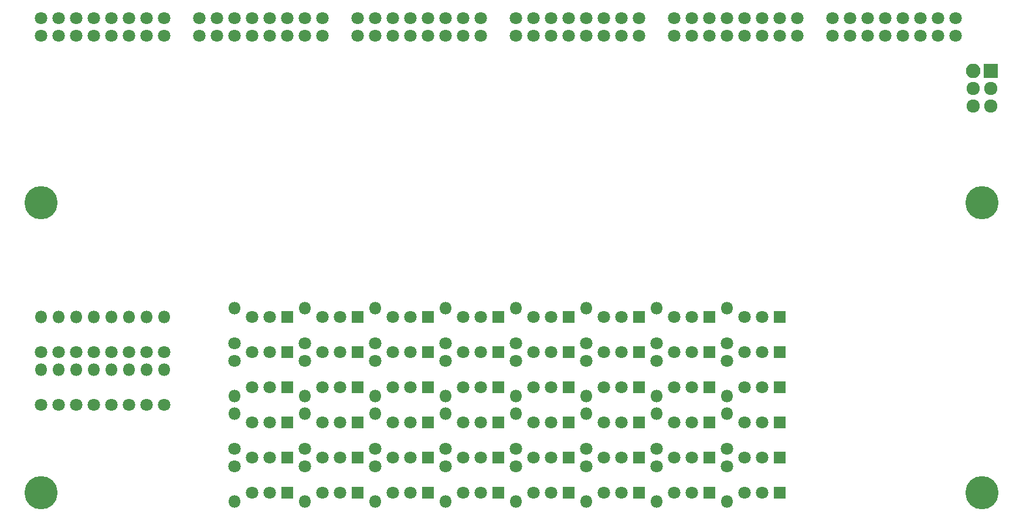
<source format=gbs>
G04 #@! TF.GenerationSoftware,KiCad,Pcbnew,(5.0.0-rc2-200-g1f6f76beb)*
G04 #@! TF.CreationDate,2018-07-19T02:54:02+02:00*
G04 #@! TF.ProjectId,8-bit-bitwise-logic,382D6269742D626974776973652D6C6F,rev?*
G04 #@! TF.SameCoordinates,Original*
G04 #@! TF.FileFunction,Soldermask,Bot*
G04 #@! TF.FilePolarity,Negative*
%FSLAX46Y46*%
G04 Gerber Fmt 4.6, Leading zero omitted, Abs format (unit mm)*
G04 Created by KiCad (PCBNEW (5.0.0-rc2-200-g1f6f76beb)) date Thu Jul 19 02:54:02 2018*
%MOMM*%
%LPD*%
G01*
G04 APERTURE LIST*
%ADD10C,1.924000*%
%ADD11C,1.800000*%
%ADD12R,1.800000X1.800000*%
%ADD13O,1.800000X1.800000*%
%ADD14R,2.100000X2.100000*%
%ADD15O,2.100000X2.100000*%
%ADD16C,4.800000*%
G04 APERTURE END LIST*
D10*
G04 #@! TO.C,J7*
X218440000Y-53340000D03*
X218440000Y-55880000D03*
X215900000Y-55880000D03*
X215900000Y-53340000D03*
G04 #@! TD*
D11*
G04 #@! TO.C,Q20*
X154940000Y-91440000D03*
X152400000Y-91440000D03*
D12*
X157480000Y-91440000D03*
G04 #@! TD*
D11*
G04 #@! TO.C,Q7*
X175260000Y-86360000D03*
X172720000Y-86360000D03*
D12*
X177800000Y-86360000D03*
G04 #@! TD*
D11*
G04 #@! TO.C,Q1*
X185420000Y-86360000D03*
X182880000Y-86360000D03*
D12*
X187960000Y-86360000D03*
G04 #@! TD*
D11*
G04 #@! TO.C,Q2*
X185420000Y-91440000D03*
X182880000Y-91440000D03*
D12*
X187960000Y-91440000D03*
G04 #@! TD*
D11*
G04 #@! TO.C,Q3*
X185420000Y-96520000D03*
X182880000Y-96520000D03*
D12*
X187960000Y-96520000D03*
G04 #@! TD*
D11*
G04 #@! TO.C,Q4*
X185420000Y-101600000D03*
X182880000Y-101600000D03*
D12*
X187960000Y-101600000D03*
G04 #@! TD*
D11*
G04 #@! TO.C,Q5*
X185420000Y-106680000D03*
X182880000Y-106680000D03*
D12*
X187960000Y-106680000D03*
G04 #@! TD*
D11*
G04 #@! TO.C,Q6*
X185420000Y-111760000D03*
X182880000Y-111760000D03*
D12*
X187960000Y-111760000D03*
G04 #@! TD*
D11*
G04 #@! TO.C,Q8*
X175260000Y-91440000D03*
X172720000Y-91440000D03*
D12*
X177800000Y-91440000D03*
G04 #@! TD*
D11*
G04 #@! TO.C,Q9*
X175260000Y-96520000D03*
X172720000Y-96520000D03*
D12*
X177800000Y-96520000D03*
G04 #@! TD*
D11*
G04 #@! TO.C,Q10*
X175260000Y-101600000D03*
X172720000Y-101600000D03*
D12*
X177800000Y-101600000D03*
G04 #@! TD*
D11*
G04 #@! TO.C,Q11*
X175260000Y-106680000D03*
X172720000Y-106680000D03*
D12*
X177800000Y-106680000D03*
G04 #@! TD*
D11*
G04 #@! TO.C,Q12*
X175260000Y-111760000D03*
X172720000Y-111760000D03*
D12*
X177800000Y-111760000D03*
G04 #@! TD*
D11*
G04 #@! TO.C,Q13*
X165100000Y-86360000D03*
X162560000Y-86360000D03*
D12*
X167640000Y-86360000D03*
G04 #@! TD*
D11*
G04 #@! TO.C,Q14*
X165100000Y-91440000D03*
X162560000Y-91440000D03*
D12*
X167640000Y-91440000D03*
G04 #@! TD*
D11*
G04 #@! TO.C,Q15*
X165100000Y-96520000D03*
X162560000Y-96520000D03*
D12*
X167640000Y-96520000D03*
G04 #@! TD*
D11*
G04 #@! TO.C,Q16*
X165100000Y-101600000D03*
X162560000Y-101600000D03*
D12*
X167640000Y-101600000D03*
G04 #@! TD*
D11*
G04 #@! TO.C,Q17*
X165100000Y-106680000D03*
X162560000Y-106680000D03*
D12*
X167640000Y-106680000D03*
G04 #@! TD*
D11*
G04 #@! TO.C,Q18*
X165100000Y-111760000D03*
X162560000Y-111760000D03*
D12*
X167640000Y-111760000D03*
G04 #@! TD*
D11*
G04 #@! TO.C,Q19*
X154940000Y-86360000D03*
X152400000Y-86360000D03*
D12*
X157480000Y-86360000D03*
G04 #@! TD*
D11*
G04 #@! TO.C,Q21*
X154940000Y-96520000D03*
X152400000Y-96520000D03*
D12*
X157480000Y-96520000D03*
G04 #@! TD*
D11*
G04 #@! TO.C,Q22*
X154940000Y-101600000D03*
X152400000Y-101600000D03*
D12*
X157480000Y-101600000D03*
G04 #@! TD*
D11*
G04 #@! TO.C,Q23*
X154940000Y-106680000D03*
X152400000Y-106680000D03*
D12*
X157480000Y-106680000D03*
G04 #@! TD*
D11*
G04 #@! TO.C,Q24*
X154940000Y-111760000D03*
X152400000Y-111760000D03*
D12*
X157480000Y-111760000D03*
G04 #@! TD*
D11*
G04 #@! TO.C,Q25*
X144780000Y-86360000D03*
X142240000Y-86360000D03*
D12*
X147320000Y-86360000D03*
G04 #@! TD*
D11*
G04 #@! TO.C,Q26*
X144780000Y-91440000D03*
X142240000Y-91440000D03*
D12*
X147320000Y-91440000D03*
G04 #@! TD*
D11*
G04 #@! TO.C,Q27*
X144780000Y-96520000D03*
X142240000Y-96520000D03*
D12*
X147320000Y-96520000D03*
G04 #@! TD*
D11*
G04 #@! TO.C,Q28*
X144780000Y-101600000D03*
X142240000Y-101600000D03*
D12*
X147320000Y-101600000D03*
G04 #@! TD*
D11*
G04 #@! TO.C,Q29*
X144780000Y-106680000D03*
X142240000Y-106680000D03*
D12*
X147320000Y-106680000D03*
G04 #@! TD*
D11*
G04 #@! TO.C,Q30*
X144780000Y-111760000D03*
X142240000Y-111760000D03*
D12*
X147320000Y-111760000D03*
G04 #@! TD*
D11*
G04 #@! TO.C,Q31*
X134620000Y-86360000D03*
X132080000Y-86360000D03*
D12*
X137160000Y-86360000D03*
G04 #@! TD*
D11*
G04 #@! TO.C,Q32*
X134620000Y-91440000D03*
X132080000Y-91440000D03*
D12*
X137160000Y-91440000D03*
G04 #@! TD*
D11*
G04 #@! TO.C,Q33*
X134620000Y-96520000D03*
X132080000Y-96520000D03*
D12*
X137160000Y-96520000D03*
G04 #@! TD*
D11*
G04 #@! TO.C,Q34*
X134620000Y-101600000D03*
X132080000Y-101600000D03*
D12*
X137160000Y-101600000D03*
G04 #@! TD*
D11*
G04 #@! TO.C,Q35*
X134620000Y-106680000D03*
X132080000Y-106680000D03*
D12*
X137160000Y-106680000D03*
G04 #@! TD*
D11*
G04 #@! TO.C,Q36*
X134620000Y-111760000D03*
X132080000Y-111760000D03*
D12*
X137160000Y-111760000D03*
G04 #@! TD*
D11*
G04 #@! TO.C,Q37*
X124460000Y-86360000D03*
X121920000Y-86360000D03*
D12*
X127000000Y-86360000D03*
G04 #@! TD*
D11*
G04 #@! TO.C,Q38*
X124460000Y-91440000D03*
X121920000Y-91440000D03*
D12*
X127000000Y-91440000D03*
G04 #@! TD*
D11*
G04 #@! TO.C,Q39*
X124460000Y-96520000D03*
X121920000Y-96520000D03*
D12*
X127000000Y-96520000D03*
G04 #@! TD*
D11*
G04 #@! TO.C,Q40*
X124460000Y-101600000D03*
X121920000Y-101600000D03*
D12*
X127000000Y-101600000D03*
G04 #@! TD*
D11*
G04 #@! TO.C,Q41*
X124460000Y-106680000D03*
X121920000Y-106680000D03*
D12*
X127000000Y-106680000D03*
G04 #@! TD*
D11*
G04 #@! TO.C,Q42*
X124460000Y-111760000D03*
X121920000Y-111760000D03*
D12*
X127000000Y-111760000D03*
G04 #@! TD*
D11*
G04 #@! TO.C,Q43*
X114300000Y-86360000D03*
X111760000Y-86360000D03*
D12*
X116840000Y-86360000D03*
G04 #@! TD*
D11*
G04 #@! TO.C,Q44*
X114300000Y-91440000D03*
X111760000Y-91440000D03*
D12*
X116840000Y-91440000D03*
G04 #@! TD*
D11*
G04 #@! TO.C,Q45*
X114300000Y-96520000D03*
X111760000Y-96520000D03*
D12*
X116840000Y-96520000D03*
G04 #@! TD*
D11*
G04 #@! TO.C,Q46*
X114300000Y-101600000D03*
X111760000Y-101600000D03*
D12*
X116840000Y-101600000D03*
G04 #@! TD*
D11*
G04 #@! TO.C,Q47*
X114300000Y-106680000D03*
X111760000Y-106680000D03*
D12*
X116840000Y-106680000D03*
G04 #@! TD*
D11*
G04 #@! TO.C,Q48*
X114300000Y-111760000D03*
X111760000Y-111760000D03*
D12*
X116840000Y-111760000D03*
G04 #@! TD*
D11*
G04 #@! TO.C,R1*
X99060000Y-91440000D03*
D13*
X99060000Y-86360000D03*
G04 #@! TD*
D11*
G04 #@! TO.C,R2*
X81280000Y-99060000D03*
D13*
X81280000Y-93980000D03*
G04 #@! TD*
D11*
G04 #@! TO.C,R3*
X180340000Y-90170000D03*
D13*
X180340000Y-85090000D03*
G04 #@! TD*
D11*
G04 #@! TO.C,R4*
X180340000Y-92710000D03*
D13*
X180340000Y-97790000D03*
G04 #@! TD*
D11*
G04 #@! TO.C,R5*
X180340000Y-105410000D03*
D13*
X180340000Y-100330000D03*
G04 #@! TD*
D11*
G04 #@! TO.C,R6*
X180340000Y-107950000D03*
D13*
X180340000Y-113030000D03*
G04 #@! TD*
D11*
G04 #@! TO.C,R7*
X96520000Y-91440000D03*
D13*
X96520000Y-86360000D03*
G04 #@! TD*
D11*
G04 #@! TO.C,R8*
X83820000Y-99060000D03*
D13*
X83820000Y-93980000D03*
G04 #@! TD*
D11*
G04 #@! TO.C,R9*
X170180000Y-90170000D03*
D13*
X170180000Y-85090000D03*
G04 #@! TD*
D11*
G04 #@! TO.C,R10*
X170180000Y-92710000D03*
D13*
X170180000Y-97790000D03*
G04 #@! TD*
D11*
G04 #@! TO.C,R11*
X170180000Y-105410000D03*
D13*
X170180000Y-100330000D03*
G04 #@! TD*
D11*
G04 #@! TO.C,R12*
X170180000Y-107950000D03*
D13*
X170180000Y-113030000D03*
G04 #@! TD*
D11*
G04 #@! TO.C,R13*
X93980000Y-91440000D03*
D13*
X93980000Y-86360000D03*
G04 #@! TD*
D11*
G04 #@! TO.C,R14*
X86360000Y-99060000D03*
D13*
X86360000Y-93980000D03*
G04 #@! TD*
D11*
G04 #@! TO.C,R15*
X160020000Y-90170000D03*
D13*
X160020000Y-85090000D03*
G04 #@! TD*
D11*
G04 #@! TO.C,R16*
X160020000Y-92710000D03*
D13*
X160020000Y-97790000D03*
G04 #@! TD*
D11*
G04 #@! TO.C,R17*
X160020000Y-105410000D03*
D13*
X160020000Y-100330000D03*
G04 #@! TD*
D11*
G04 #@! TO.C,R18*
X160020000Y-107950000D03*
D13*
X160020000Y-113030000D03*
G04 #@! TD*
D11*
G04 #@! TO.C,R19*
X91440000Y-91440000D03*
D13*
X91440000Y-86360000D03*
G04 #@! TD*
D11*
G04 #@! TO.C,R20*
X88900000Y-99060000D03*
D13*
X88900000Y-93980000D03*
G04 #@! TD*
D11*
G04 #@! TO.C,R21*
X149860000Y-90170000D03*
D13*
X149860000Y-85090000D03*
G04 #@! TD*
D11*
G04 #@! TO.C,R22*
X149860000Y-92710000D03*
D13*
X149860000Y-97790000D03*
G04 #@! TD*
D11*
G04 #@! TO.C,R23*
X149860000Y-105410000D03*
D13*
X149860000Y-100330000D03*
G04 #@! TD*
D11*
G04 #@! TO.C,R24*
X149860000Y-107950000D03*
D13*
X149860000Y-113030000D03*
G04 #@! TD*
D11*
G04 #@! TO.C,R25*
X88900000Y-91440000D03*
D13*
X88900000Y-86360000D03*
G04 #@! TD*
D11*
G04 #@! TO.C,R26*
X91440000Y-99060000D03*
D13*
X91440000Y-93980000D03*
G04 #@! TD*
D11*
G04 #@! TO.C,R27*
X139700000Y-90170000D03*
D13*
X139700000Y-85090000D03*
G04 #@! TD*
D11*
G04 #@! TO.C,R28*
X139700000Y-92710000D03*
D13*
X139700000Y-97790000D03*
G04 #@! TD*
D11*
G04 #@! TO.C,R29*
X139700000Y-105410000D03*
D13*
X139700000Y-100330000D03*
G04 #@! TD*
D11*
G04 #@! TO.C,R30*
X139700000Y-107950000D03*
D13*
X139700000Y-113030000D03*
G04 #@! TD*
D11*
G04 #@! TO.C,R31*
X86360000Y-91440000D03*
D13*
X86360000Y-86360000D03*
G04 #@! TD*
D11*
G04 #@! TO.C,R32*
X93980000Y-99060000D03*
D13*
X93980000Y-93980000D03*
G04 #@! TD*
D11*
G04 #@! TO.C,R33*
X129540000Y-90170000D03*
D13*
X129540000Y-85090000D03*
G04 #@! TD*
D11*
G04 #@! TO.C,R34*
X129540000Y-92710000D03*
D13*
X129540000Y-97790000D03*
G04 #@! TD*
D11*
G04 #@! TO.C,R35*
X129540000Y-105410000D03*
D13*
X129540000Y-100330000D03*
G04 #@! TD*
D11*
G04 #@! TO.C,R36*
X129540000Y-107950000D03*
D13*
X129540000Y-113030000D03*
G04 #@! TD*
D11*
G04 #@! TO.C,R37*
X83820000Y-91440000D03*
D13*
X83820000Y-86360000D03*
G04 #@! TD*
D11*
G04 #@! TO.C,R38*
X96520000Y-99060000D03*
D13*
X96520000Y-93980000D03*
G04 #@! TD*
D11*
G04 #@! TO.C,R39*
X119380000Y-90170000D03*
D13*
X119380000Y-85090000D03*
G04 #@! TD*
D11*
G04 #@! TO.C,R40*
X119380000Y-92710000D03*
D13*
X119380000Y-97790000D03*
G04 #@! TD*
D11*
G04 #@! TO.C,R41*
X119380000Y-105410000D03*
D13*
X119380000Y-100330000D03*
G04 #@! TD*
D11*
G04 #@! TO.C,R42*
X119380000Y-107950000D03*
D13*
X119380000Y-113030000D03*
G04 #@! TD*
D11*
G04 #@! TO.C,R43*
X81280000Y-91440000D03*
D13*
X81280000Y-86360000D03*
G04 #@! TD*
D11*
G04 #@! TO.C,R44*
X99060000Y-99060000D03*
D13*
X99060000Y-93980000D03*
G04 #@! TD*
D11*
G04 #@! TO.C,R45*
X109220000Y-90170000D03*
D13*
X109220000Y-85090000D03*
G04 #@! TD*
D11*
G04 #@! TO.C,R46*
X109220000Y-92710000D03*
D13*
X109220000Y-97790000D03*
G04 #@! TD*
D11*
G04 #@! TO.C,R47*
X109220000Y-105410000D03*
D13*
X109220000Y-100330000D03*
G04 #@! TD*
D11*
G04 #@! TO.C,R48*
X109220000Y-107950000D03*
D13*
X109220000Y-113030000D03*
G04 #@! TD*
D14*
G04 #@! TO.C,JP1*
X218440000Y-50800000D03*
D15*
X215900000Y-50800000D03*
G04 #@! TD*
D11*
G04 #@! TO.C,J1*
X81280000Y-45720000D03*
X83820000Y-45720000D03*
X86360000Y-45720000D03*
X88900000Y-45720000D03*
X91440000Y-45720000D03*
X93980000Y-45720000D03*
X96520000Y-45720000D03*
X99060000Y-45720000D03*
X99060000Y-43180000D03*
X96520000Y-43180000D03*
X93980000Y-43180000D03*
X91440000Y-43180000D03*
X88900000Y-43180000D03*
X86360000Y-43180000D03*
X83820000Y-43180000D03*
X81280000Y-43180000D03*
G04 #@! TD*
G04 #@! TO.C,J2*
X104140000Y-43180000D03*
X106680000Y-43180000D03*
X109220000Y-43180000D03*
X111760000Y-43180000D03*
X114300000Y-43180000D03*
X116840000Y-43180000D03*
X119380000Y-43180000D03*
X121920000Y-43180000D03*
X121920000Y-45720000D03*
X119380000Y-45720000D03*
X116840000Y-45720000D03*
X114300000Y-45720000D03*
X111760000Y-45720000D03*
X109220000Y-45720000D03*
X106680000Y-45720000D03*
X104140000Y-45720000D03*
G04 #@! TD*
G04 #@! TO.C,J3*
X127000000Y-45720000D03*
X129540000Y-45720000D03*
X132080000Y-45720000D03*
X134620000Y-45720000D03*
X137160000Y-45720000D03*
X139700000Y-45720000D03*
X142240000Y-45720000D03*
X144780000Y-45720000D03*
X144780000Y-43180000D03*
X142240000Y-43180000D03*
X139700000Y-43180000D03*
X137160000Y-43180000D03*
X134620000Y-43180000D03*
X132080000Y-43180000D03*
X129540000Y-43180000D03*
X127000000Y-43180000D03*
G04 #@! TD*
G04 #@! TO.C,J4*
X149860000Y-43180000D03*
X152400000Y-43180000D03*
X154940000Y-43180000D03*
X157480000Y-43180000D03*
X160020000Y-43180000D03*
X162560000Y-43180000D03*
X165100000Y-43180000D03*
X167640000Y-43180000D03*
X167640000Y-45720000D03*
X165100000Y-45720000D03*
X162560000Y-45720000D03*
X160020000Y-45720000D03*
X157480000Y-45720000D03*
X154940000Y-45720000D03*
X152400000Y-45720000D03*
X149860000Y-45720000D03*
G04 #@! TD*
G04 #@! TO.C,J5*
X172720000Y-45720000D03*
X175260000Y-45720000D03*
X177800000Y-45720000D03*
X180340000Y-45720000D03*
X182880000Y-45720000D03*
X185420000Y-45720000D03*
X187960000Y-45720000D03*
X190500000Y-45720000D03*
X190500000Y-43180000D03*
X187960000Y-43180000D03*
X185420000Y-43180000D03*
X182880000Y-43180000D03*
X180340000Y-43180000D03*
X177800000Y-43180000D03*
X175260000Y-43180000D03*
X172720000Y-43180000D03*
G04 #@! TD*
G04 #@! TO.C,J6*
X195580000Y-43180000D03*
X198120000Y-43180000D03*
X200660000Y-43180000D03*
X203200000Y-43180000D03*
X205740000Y-43180000D03*
X208280000Y-43180000D03*
X210820000Y-43180000D03*
X213360000Y-43180000D03*
X213360000Y-45720000D03*
X210820000Y-45720000D03*
X208280000Y-45720000D03*
X205740000Y-45720000D03*
X203200000Y-45720000D03*
X200660000Y-45720000D03*
X198120000Y-45720000D03*
X195580000Y-45720000D03*
G04 #@! TD*
D16*
G04 #@! TO.C,REF\002A\002A*
X217170000Y-69850000D03*
G04 #@! TD*
G04 #@! TO.C,REF\002A\002A*
X217170000Y-111760000D03*
G04 #@! TD*
G04 #@! TO.C,REF\002A\002A*
X81280000Y-111760000D03*
G04 #@! TD*
G04 #@! TO.C,REF\002A\002A*
X81280000Y-69850000D03*
G04 #@! TD*
M02*

</source>
